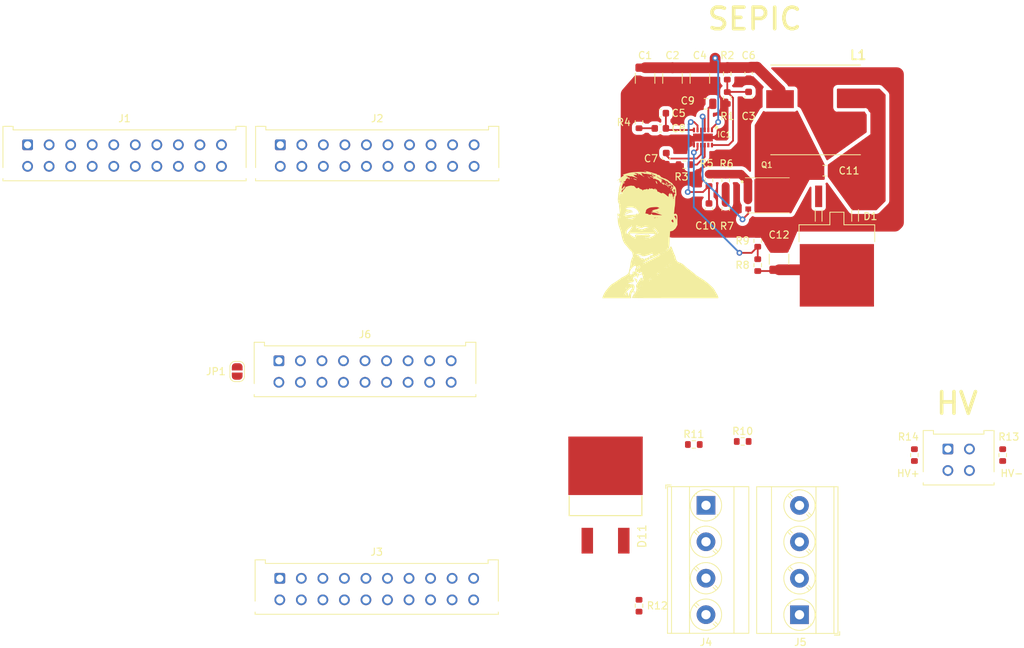
<source format=kicad_pcb>
(kicad_pcb (version 20211014) (generator pcbnew)
  (layers (0 "F.Cu" signal) (31 "B.Cu" signal) (34 "B.Paste" user) (35 "F.Paste" user) (36 "B.SilkS" user "B.Silkscreen") (37 "F.SilkS" user "F.Silkscreen") (38 "B.Mask" user) (39 "F.Mask" user) (44 "Edge.Cuts" user))
  (net 0 "")
  (net 1 "Net-(C9-Pad2)")
  (net 2 "Net-(IC1-Pad3)")
  (net 3 "GND")
  (net 4 "Net-(C10-Pad2)")
  (net 5 "/SEPIC/COMP")
  (net 6 "/SEPIC/FB")
  (net 7 "/SEPIC/SS")
  (net 8 "/SEPIC/RT")
  (net 10 "/SEPIC/UVLO")
  (net 11 "SEPIC_out")
  (net 12 "Net-(Q1-Pad1)")
  (net 13 "Net-(C11-Pad2)")
  (net 14 "RST_out")
  (net 15 "BYP_out")
  (net 16 "CHRG_in")
  (net 17 "Net-(C8-Pad2)")
  (net 18 "Net-(R6-Pad2)")
  (net 19 "Net-(C11-Pad1)")
  (net 20 "CANL_VCU1")
  (net 21 "CANH_VCU1")
  (net 22 "EM_12V")
  (net 23 "LV_mastersw_out")
  (net 24 "HV+")
  (net 25 "CANH_EM")
  (net 26 "HV-")
  (net 27 "TSALSafe_pt")
  (net 28 "TSALEnergized_pt")
  (net 29 "CANH_VCU2")
  (net 30 "CANL_VCU2")
  (net 31 "CANH_VCU3")
  (net 32 "CANL_VCU3")
  (net 33 "CANH_VCU4")
  (net 34 "CANL_VCU4")
  (net 35 "CANH_ret_VCU2")
  (net 36 "CANL_ret_VCU2")
  (net 37 "CANH_ret_VCU3")
  (net 38 "CANL_ret_VCU3")
  (net 39 "CANL_EM")
  (net 40 "BSPDTest_in")
  (net 41 "BSPDTest_out")
  (net 42 "VCUWake_out")
  (net 43 "SHDN2_out")
  (net 44 "SHDN2_in")
  (net 45 "Net-(J7-Pad3)")
  (net 46 "Net-(J7-Pad4)")
  (net 47 "LVBAT_in")
  (net 48 "CANH_Tel")
  (net 49 "CANL_Tel")
  (net 50 "CANH_ret_Tel")
  (net 51 "CANL_ret_Tel")
  (net 54 "LVBAT_sw")
  (footprint "Resistor_SMD:R_0603_1608Metric" (layer "F.Cu") (at 136.952 106)
    (fp_text reference "R11" (at 0 -1.43) (layer "F.SilkS"))
    (fp_text value "15k")
    (pad "1" smd roundrect (at -0.825 0) (size 0.8 0.95) (layers "F.Cu" "F.Paste" "F.Mask") (net 14 "RST_out"))
    (pad "2" smd roundrect (at 0.825 0) (size 0.8 0.95) (layers "F.Cu" "F.Paste" "F.Mask") (net 3 "GND"))
  )
  (footprint "Resistor_SMD:R_0603_1608Metric" (layer "F.Cu") (at 141.387 69.1481 -90)
    (fp_text reference "R6" (at -2.280416 -0.116865) (layer "F.SilkS"))
    (fp_text value "4m")
    (pad "1" smd roundrect (at -0.825 0 270) (size 0.8 0.95) (layers "F.Cu" "F.Paste" "F.Mask") (net 12 "Net-(Q1-Pad1)"))
    (pad "2" smd roundrect (at 0.825 0 270) (size 0.8 0.95) (layers "F.Cu" "F.Paste" "F.Mask") (net 18 "Net-(R6-Pad2)"))
  )
  (footprint "Connector_Molex:Molex_Micro-Fit_3.0_43045-2012_2x10_P3.00mm_Vertical" (layer "F.Cu") (at 79.356 64.229)
    (fp_text reference "J2" (at 13.5 -3.67) (layer "F.SilkS"))
    (fp_text value "Harness In B")
    (pad "" np_thru_hole circle (at 30 3.94) (size 1 1) (drill 1) (layers *.Cu *.Mask))
    (pad "" np_thru_hole circle (at -3 3.94) (size 1 1) (drill 1) (layers *.Cu *.Mask))
    (pad "1" thru_hole roundrect (at 0 0) (size 1.5 1.5) (drill 1) (layers *.Cu *.Mask) (roundrect_rratio 0.166667) (net 48 "CANH_Tel"))
    (pad "2" thru_hole circle (at 3 0) (size 1.5 1.5) (drill 1) (layers *.Cu *.Mask) (net 49 "CANL_Tel"))
    (pad "3" thru_hole circle (at 6 0) (size 1.5 1.5) (drill 1) (layers *.Cu *.Mask) (net 50 "CANH_ret_Tel"))
    (pad "4" thru_hole circle (at 9 0) (size 1.5 1.5) (drill 1) (layers *.Cu *.Mask) (net 51 "CANL_ret_Tel"))
    (pad "5" thru_hole circle (at 12 0) (size 1.5 1.5) (drill 1) (layers *.Cu *.Mask) (net 21 "CANH_VCU1"))
    (pad "6" thru_hole circle (at 15 0) (size 1.5 1.5) (drill 1) (layers *.Cu *.Mask) (net 20 "CANL_VCU1"))
    (pad "7" thru_hole circle (at 18 0) (size 1.5 1.5) (drill 1) (layers *.Cu *.Mask) (net 29 "CANH_VCU2"))
    (pad "8" thru_hole circle (at 21 0) (size 1.5 1.5) (drill 1) (layers *.Cu *.Mask) (net 30 "CANL_VCU2"))
    (pad "9" thru_hole circle (at 24 0) (size 1.5 1.5) (drill 1) (layers *.Cu *.Mask) (net 31 "CANH_VCU3"))
    (pad "10" thru_hole circle (at 27 0) (size 1.5 1.5) (drill 1) (layers *.Cu *.Mask) (net 32 "CANL_VCU3"))
    (pad "11" thru_hole circle (at 0 3) (size 1.5 1.5) (drill 1) (layers *.Cu *.Mask) (net 33 "CANH_VCU4"))
    (pad "12" thru_hole circle (at 3 3) (size 1.5 1.5) (drill 1) (layers *.Cu *.Mask) (net 34 "CANL_VCU4"))
    (pad "13" thru_hole circle (at 6 3) (size 1.5 1.5) (drill 1) (layers *.Cu *.Mask) (net 35 "CANH_ret_VCU2"))
    (pad "14" thru_hole circle (at 9 3) (size 1.5 1.5) (drill 1) (layers *.Cu *.Mask) (net 36 "CANL_ret_VCU2"))
    (pad "15" thru_hole circle (at 12 3) (size 1.5 1.5) (drill 1) (layers *.Cu *.Mask) (net 37 "CANH_ret_VCU3"))
    (pad "16" thru_hole circle (at 15 3) (size 1.5 1.5) (drill 1) (layers *.Cu *.Mask) (net 38 "CANL_ret_VCU3"))
    (pad "17" thru_hole circle (at 18 3) (size 1.5 1.5) (drill 1) (layers *.Cu *.Mask))
    (pad "18" thru_hole circle (at 21 3) (size 1.5 1.5) (drill 1) (layers *.Cu *.Mask) (net 40 "BSPDTest_in"))
    (pad "19" thru_hole circle (at 24 3) (size 1.5 1.5) (drill 1) (layers *.Cu *.Mask) (net 41 "BSPDTest_out"))
    (pad "20" thru_hole circle (at 27 3) (size 1.5 1.5) (drill 1) (layers *.Cu *.Mask) (net 42 "VCUWake_out"))
  )
  (footprint "Global Libraries:MBRB41H100CTT4G" (layer "F.Cu") (at 124.656 114.187 -90)
    (fp_text reference "D11" (at 2.837 -5.088 90) (layer "F.SilkS") (effects (font (size 1.143 1.143) (thickness 0.152)) (justify right)))
    (fp_text value "D_Schottky" hide)
    (pad "1" smd rect (at -5.219 0 270) (size 8.153 10.369) (layers "F.Cu" "F.Paste" "F.Mask") (net 54 "LVBAT_sw"))
    (pad "2" smd rect (at 5.219 2.54 270) (size 3.581 1.6) (layers "F.Cu" "F.Paste" "F.Mask") (net 15 "BYP_out"))
    (pad "2" smd rect (at 5.219 -2.54 270) (size 3.581 1.6) (layers "F.Cu" "F.Paste" "F.Mask") (net 15 "BYP_out"))
  )
  (footprint "Capacitor_SMD:C_0603_1608Metric" (layer "F.Cu") (at 132.286 59.8201 180)
    (fp_text reference "C5" (at -2.544 0) (layer "F.SilkS"))
    (fp_text value "270p")
    (pad "1" smd roundrect (at -0.775 0 180) (size 0.9 0.95) (layers "F.Cu" "F.Paste" "F.Mask") (net 5 "/SEPIC/COMP"))
    (pad "2" smd roundrect (at 0.775 0 180) (size 0.9 0.95) (layers "F.Cu" "F.Paste" "F.Mask") (net 3 "GND"))
  )
  (footprint "Resistor_SMD:R_0603_1608Metric" (layer "F.Cu") (at 143.759 105.576)
    (fp_text reference "R10" (at 0 -1.43) (layer "F.SilkS"))
    (fp_text value "100k")
    (pad "1" smd roundrect (at -0.825 0) (size 0.8 0.95) (layers "F.Cu" "F.Paste" "F.Mask") (net 16 "CHRG_in"))
    (pad "2" smd roundrect (at 0.825 0) (size 0.8 0.95) (layers "F.Cu" "F.Paste" "F.Mask") (net 3 "GND"))
  )
  (footprint "Capacitor_SMD:C_0805_2012Metric" (layer "F.Cu") (at 138.648 58.512)
    (fp_text reference "C9" (at -2.544 -0.424) (layer "F.SilkS"))
    (fp_text value "1u")
    (pad "1" smd roundrect (at -0.95 0) (size 1 1.45) (layers "F.Cu" "F.Paste" "F.Mask") (net 3 "GND"))
    (pad "2" smd roundrect (at 0.95 0) (size 1 1.45) (layers "F.Cu" "F.Paste" "F.Mask") (net 1 "Net-(C9-Pad2)"))
  )
  (footprint "Capacitor_SMD:C_1210_3225Metric" (layer "F.Cu") (at 137.798 54.9531 -90)
    (fp_text reference "C4" (at -3.187409 0.005607) (layer "F.SilkS"))
    (fp_text value "10u")
    (pad "1" smd roundrect (at -1.475 0 270) (size 1.15 2.7) (layers "F.Cu" "F.Paste" "F.Mask") (roundrect_rratio 0.217391) (net 23 "LV_mastersw_out"))
    (pad "2" smd roundrect (at 1.475 0 270) (size 1.15 2.7) (layers "F.Cu" "F.Paste" "F.Mask") (roundrect_rratio 0.217391) (net 3 "GND"))
  )
  (footprint "Connector_Molex:Molex_Micro-Fit_3.0_43045-0412_2x02_P3.00mm_Vertical" (layer "F.Cu") (at 172.34 106.629)
    (fp_text reference "J7" hide)
    (fp_text value "4-pin MicroFit")
    (pad "" np_thru_hole circle (at -3 3.94) (size 1 1) (drill 1) (layers *.Cu *.Mask))
    (pad "" np_thru_hole circle (at 6 3.94) (size 1 1) (drill 1) (layers *.Cu *.Mask))
    (pad "1" thru_hole roundrect (at 0 0) (size 1.5 1.5) (drill 1) (layers *.Cu *.Mask) (roundrect_rratio 0.166667) (net 24 "HV+"))
    (pad "2" thru_hole circle (at 3 0) (size 1.5 1.5) (drill 1) (layers *.Cu *.Mask) (net 26 "HV-"))
    (pad "3" thru_hole circle (at 0 3) (size 1.5 1.5) (drill 1) (layers *.Cu *.Mask) (net 45 "Net-(J7-Pad3)"))
    (pad "4" thru_hole circle (at 3 3) (size 1.5 1.5) (drill 1) (layers *.Cu *.Mask) (net 46 "Net-(J7-Pad4)"))
  )
  (footprint "Resistor_SMD:R_0603_1608Metric" (layer "F.Cu") (at 145.854 77.6051 90)
    (fp_text reference "R9" (at 0 -2.12) (layer "F.SilkS"))
    (fp_text value "4k7")
    (pad "1" smd roundrect (at -0.825 0 90) (size 0.8 0.95) (layers "F.Cu" "F.Paste" "F.Mask") (net 6 "/SEPIC/FB"))
    (pad "2" smd roundrect (at 0.825 0 90) (size 0.8 0.95) (layers "F.Cu" "F.Paste" "F.Mask") (net 3 "GND"))
  )
  (footprint "Resistor_SMD:R_0603_1608Metric" (layer "F.Cu") (at 129.32 128.472 -90)
    (fp_text reference "R12" (at 0 -2.544 180) (layer "F.SilkS"))
    (fp_text value "100k")
    (pad "1" smd roundrect (at -0.825 0 270) (size 0.8 0.95) (layers "F.Cu" "F.Paste" "F.Mask") (net 15 "BYP_out"))
    (pad "2" smd roundrect (at 0.825 0 270) (size 0.8 0.95) (layers "F.Cu" "F.Paste" "F.Mask") (net 3 "GND"))
  )
  (footprint "Resistor_SMD:R_0603_1608Metric" (layer "F.Cu") (at 139.07 69.1481 -90)
    (fp_text reference "R5" (at -2.329608 0.345428) (layer "F.SilkS"))
    (fp_text value "100")
    (pad "1" smd roundrect (at -0.825 0 270) (size 0.8 0.95) (layers "F.Cu" "F.Paste" "F.Mask") (net 12 "Net-(Q1-Pad1)"))
    (pad "2" smd roundrect (at 0.825 0 270) (size 0.8 0.95) (layers "F.Cu" "F.Paste" "F.Mask") (net 4 "Net-(C10-Pad2)"))
  )
  (footprint "Resistor_SMD:R_0603_1608Metric" (layer "F.Cu") (at 145.854 80.9971 90)
    (fp_text reference "R8" (at 0 -2.12) (layer "F.SilkS"))
    (fp_text value "51k1")
    (pad "1" smd roundrect (at -0.825 0 90) (size 0.8 0.95) (layers "F.Cu" "F.Paste" "F.Mask") (net 11 "SEPIC_out"))
    (pad "2" smd roundrect (at 0.825 0 90) (size 0.8 0.95) (layers "F.Cu" "F.Paste" "F.Mask") (net 6 "/SEPIC/FB"))
  )
  (footprint "Connector_Molex:Molex_Micro-Fit_3.0_43045-1812_2x09_P3.00mm_Vertical" (layer "F.Cu") (at 79.16 94.333)
    (fp_text reference "J6" (at 12 -3.67) (layer "F.SilkS"))
    (fp_text value "18-pin MicroFit")
    (pad "" np_thru_hole circle (at -3 3.94) (size 1 1) (drill 1) (layers *.Cu *.Mask))
    (pad "" np_thru_hole circle (at 27 3.94) (size 1 1) (drill 1) (layers *.Cu *.Mask))
    (pad "1" thru_hole roundrect (at 0 0) (size 1.5 1.5) (drill 1) (layers *.Cu *.Mask) (roundrect_rratio 0.166667) (net 22 "EM_12V"))
    (pad "2" thru_hole circle (at 3 0) (size 1.5 1.5) (drill 1) (layers *.Cu *.Mask) (net 3 "GND"))
    (pad "3" thru_hole circle (at 6 0) (size 1.5 1.5) (drill 1) (layers *.Cu *.Mask) (net 25 "CANH_EM"))
    (pad "4" thru_hole circle (at 9 0) (size 1.5 1.5) (drill 1) (layers *.Cu *.Mask) (net 39 "CANL_EM"))
    (pad "5" thru_hole circle (at 12 0) (size 1.5 1.5) (drill 1) (layers *.Cu *.Mask) (net 40 "BSPDTest_in"))
    (pad "6" thru_hole circle (at 15 0) (size 1.5 1.5) (drill 1) (layers *.Cu *.Mask) (net 41 "BSPDTest_out"))
    (pad "7" thru_hole circle (at 18 0) (size 1.5 1.5) (drill 1) (layers *.Cu *.Mask) (net 11 "SEPIC_out"))
    (pad "8" thru_hole circle (at 21 0) (size 1.5 1.5) (drill 1) (layers *.Cu *.Mask) (net 14 "RST_out"))
    (pad "9" thru_hole circle (at 24 0) (size 1.5 1.5) (drill 1) (layers *.Cu *.Mask) (net 16 "CHRG_in"))
    (pad "10" thru_hole circle (at 0 3) (size 1.5 1.5) (drill 1) (layers *.Cu *.Mask) (net 11 "SEPIC_out"))
    (pad "11" thru_hole circle (at 3 3) (size 1.5 1.5) (drill 1) (layers *.Cu *.Mask) (net 42 "VCUWake_out"))
    (pad "12" thru_hole circle (at 6 3) (size 1.5 1.5) (drill 1) (layers *.Cu *.Mask) (net 43 "SHDN2_out"))
    (pad "13" thru_hole circle (at 9 3) (size 1.5 1.5) (drill 1) (layers *.Cu *.Mask) (net 44 "SHDN2_in"))
    (pad "14" thru_hole circle (at 12 3) (size 1.5 1.5) (drill 1) (layers *.Cu *.Mask) (net 20 "CANL_VCU1"))
    (pad "15" thru_hole circle (at 15 3) (size 1.5 1.5) (drill 1) (layers *.Cu *.Mask) (net 21 "CANH_VCU1"))
    (pad "16" thru_hole circle (at 18 3) (size 1.5 1.5) (drill 1) (layers *.Cu *.Mask) (net 3 "GND"))
    (pad "17" thru_hole circle (at 21 3) (size 1.5 1.5) (drill 1) (layers *.Cu *.Mask) (net 3 "GND"))
    (pad "18" thru_hole circle (at 24 3) (size 1.5 1.5) (drill 1) (layers *.Cu *.Mask) (net 3 "GND"))
  )
  (footprint "Capacitor_SMD:C_1210_3225Metric" (layer "F.Cu") (at 130.166 54.9531 -90)
    (fp_text reference "C1" (at -3.189 0) (layer "F.SilkS"))
    (fp_text value "10u")
    (pad "1" smd roundrect (at -1.475 0 270) (size 1.15 2.7) (layers "F.Cu" "F.Paste" "F.Mask") (roundrect_rratio 0.217391) (net 23 "LV_mastersw_out"))
    (pad "2" smd roundrect (at 1.475 0 270) (size 1.15 2.7) (layers "F.Cu" "F.Paste" "F.Mask") (roundrect_rratio 0.217391) (net 3 "GND"))
  )
  (footprint "Resistor_SMD:R_0603_1608Metric" (layer "F.Cu") (at 179.972 107.477 90)
    (fp_text reference "R13" (at 2.544 0.848 180) (layer "F.SilkS"))
    (fp_text value "15k")
    (pad "1" smd roundrect (at -0.825 0 90) (size 0.8 0.95) (layers "F.Cu" "F.Paste" "F.Mask") (net 46 "Net-(J7-Pad4)"))
    (pad "2" smd roundrect (at 0.825 0 90) (size 0.8 0.95) (layers "F.Cu" "F.Paste" "F.Mask") (net 26 "HV-"))
  )
  (footprint "Resistor_SMD:R_0603_1608Metric" (layer "F.Cu") (at 167.676 107.477 90)
    (fp_text reference "R14" (at 2.544 -0.848 180) (layer "F.SilkS"))
    (fp_text value "15k")
    (pad "1" smd roundrect (at -0.825 0 90) (size 0.8 0.95) (layers "F.Cu" "F.Paste" "F.Mask") (net 45 "Net-(J7-Pad3)"))
    (pad "2" smd roundrect (at 0.825 0 90) (size 0.8 0.95) (layers "F.Cu" "F.Paste" "F.Mask") (net 24 "HV+"))
  )
  (footprint "Connector_Molex:Molex_Micro-Fit_3.0_43045-2012_2x10_P3.00mm_Vertical" (layer "F.Cu") (at 44.164 64.229)
    (fp_text reference "J1" (at 13.5 -3.67) (layer "F.SilkS"))
    (fp_text value "Harness In A")
    (pad "" np_thru_hole circle (at -3 3.94) (size 1 1) (drill 1) (layers *.Cu *.Mask))
    (pad "" np_thru_hole circle (at 30 3.94) (size 1 1) (drill 1) (layers *.Cu *.Mask))
    (pad "1" thru_hole roundrect (at 0 0) (size 1.5 1.5) (drill 1) (layers *.Cu *.Mask) (roundrect_rratio 0.166667) (net 47 "LVBAT_in"))
    (pad "2" thru_hole circle (at 3 0) (size 1.5 1.5) (drill 1) (layers *.Cu *.Mask) (net 47 "LVBAT_in"))
    (pad "3" thru_hole circle (at 6 0) (size 1.5 1.5) (drill 1) (layers *.Cu *.Mask) (net 47 "LVBAT_in"))
    (pad "4" thru_hole circle (at 9 0) (size 1.5 1.5) (drill 1) (layers *.Cu *.Mask) (net 47 "LVBAT_in"))
    (pad "5" thru_hole circle (at 12 0) (size 1.5 1.5) (drill 1) (layers *.Cu *.Mask) (net 47 "LVBAT_in"))
    (pad "6" thru_hole circle (at 15 0) (size 1.5 1.5) (drill 1) (layers *.Cu *.Mask) (net 23 "LV_mastersw_out"))
    (pad "7" thru_hole circle (at 18 0) (size 1.5 1.5) (drill 1) (layers *.Cu *.Mask) (net 23 "LV_mastersw_out"))
    (pad "8" thru_hole circle (at 21 0) (size 1.5 1.5) (drill 1) (layers *.Cu *.Mask) (net 23 "LV_mastersw_out"))
    (pad "9" thru_hole circle (at 24 0) (size 1.5 1.5) (drill 1) (layers *.Cu *.Mask) (net 23 "LV_mastersw_out"))
    (pad "10" thru_hole circle (at 27 0) (size 1.5 1.5) (drill 1) (layers *.Cu *.Mask) (net 23 "LV_mastersw_out"))
    (pad "11" thru_hole circle (at 0 3) (size 1.5 1.5) (drill 1) (layers *.Cu *.Mask) (net 23 "LV_mastersw_out"))
    (pad "12" thru_hole circle (at 3 3) (size 1.5 1.5) (drill 1) (layers *.Cu *.Mask) (net 44 "SHDN2_in"))
    (pad "13" thru_hole circle (at 6 3) (size 1.5 1.5) (drill 1) (layers *.Cu *.Mask) (net 43 "SHDN2_out"))
    (pad "14" thru_hole circle (at 9 3) (size 1.5 1.5) (drill 1) (layers *.Cu *.Mask) (net 14 "RST_out"))
    (pad "15" thru_hole circle (at 12 3) (size 1.5 1.5) (drill 1) (layers *.Cu *.Mask) (net 15 "BYP_out"))
    (pad "16" thru_hole circle (at 15 3) (size 1.5 1.5) (drill 1) (layers *.Cu *.Mask) (net 16 "CHRG_in"))
    (pad "17" thru_hole circle (at 18 3) (size 1.5 1.5) (drill 1) (layers *.Cu *.Mask) (net 27 "TSALSafe_pt"))
    (pad "18" thru_hole circle (at 21 3) (size 1.5 1.5) (drill 1) (layers *.Cu *.Mask) (net 28 "TSALEnergized_pt"))
    (pad "19" thru_hole circle (at 24 3) (size 1.5 1.5) (drill 1) (layers *.Cu *.Mask) (net 25 "CANH_EM"))
    (pad "20" thru_hole circle (at 27 3) (size 1.5 1.5) (drill 1) (layers *.Cu *.Mask) (net 39 "CANL_EM"))
  )
  (footprint "Capacitor_SMD:C_0805_2012Metric" (layer "F.Cu") (at 155.184 67.84 180)
    (fp_text reference "C11" (at -3.392 0 180) (layer "F.SilkS"))
    (fp_text value "9.4u")
    (pad "1" smd roundrect (at -0.95 0 180) (size 1 1.45) (layers "F.Cu" "F.Paste" "F.Mask") (net 19 "Net-(C11-Pad1)"))
    (pad "2" smd roundrect (at 0.95 0 180) (size 1 1.45) (layers "F.Cu" "F.Paste" "F.Mask") (net 13 "Net-(C11-Pad2)"))
  )
  (footprint "Capacitor_SMD:C_0603_1608Metric" (layer "F.Cu") (at 144.582 57.6271 -90)
    (fp_text reference "C3" (at 2.617 0) (layer "F.SilkS"))
    (fp_text value "100p")
    (pad "1" smd roundrect (at -0.775 0 270) (size 0.9 0.95) (layers "F.Cu" "F.Paste" "F.Mask") (net 10 "/SEPIC/UVLO"))
    (pad "2" smd roundrect (at 0.775 0 270) (size 0.9 0.95) (layers "F.Cu" "F.Paste" "F.Mask") (net 3 "GND"))
  )
  (footprint "Capacitor_SMD:C_0603_1608Metric" (layer "F.Cu") (at 139.064123 73.176312 90)
    (fp_text reference "C10" (at -2.336573 -0.467315) (layer "F.SilkS"))
    (fp_text value "100p")
    (pad "1" smd roundrect (at -0.775 0 90) (size 0.9 0.95) (layers "F.Cu" "F.Paste" "F.Mask") (net 3 "GND"))
    (pad "2" smd roundrect (at 0.775 0 90) (size 0.9 0.95) (layers "F.Cu" "F.Paste" "F.Mask") (net 4 "Net-(C10-Pad2)"))
  )
  (footprint "Resistor_SMD:R_0603_1608Metric" (layer "F.Cu") (at 141.614 57.7001 -90)
    (fp_text reference "R1" (at 2.544 0) (layer "F.SilkS"))
    (fp_text value "6k8")
    (pad "1" smd roundrect (at -0.825 0 270) (size 0.8 0.95) (layers "F.Cu" "F.Paste" "F.Mask") (net 10 "/SEPIC/UVLO"))
    (pad "2" smd roundrect (at 0.825 0 270) (size 0.8 0.95) (layers "F.Cu" "F.Paste" "F.Mask") (net 3 "GND"))
  )
  (footprint "Jumper:SolderJumper-2_P1.3mm_Open_RoundedPad1.0x1.5mm" (layer "F.Cu") (at 73.352 95.824 90)
    (fp_text reference "JP1" (at 0 -2.968 180) (layer "F.SilkS"))
    (fp_text value "Jumper")
    (pad "1" smd custom (at -0.65 0 90) (size 1 0.5) (layers "F.Cu" "F.Mask") (net 11 "SEPIC_out") (options (clearance outline) (anchor rect)) (primitives (gr_circle (center 0 0.25) (end 0.5 0.25) (width 0) (fill yes)) (gr_circle (center 0 -0.25) (end 0.5 -0.25) (width 0) (fill yes)) (gr_poly (pts (xy 0.5 0.75) (xy 0 0.75) (xy 0 -0.75) (xy 0.5 -0.75)) (width 0) (fill yes))))
    (pad "2" smd custom (at 0.65 0 90) (size 1 0.5) (layers "F.Cu" "F.Mask") (net 22 "EM_12V") (options (clearance outline) (anchor rect)) (primitives (gr_circle (center 0 0.25) (end 0.5 0.25) (width 0) (fill yes)) (gr_circle (center 0 -0.25) (end 0.5 -0.25) (width 0) (fill yes)) (gr_poly (pts (xy 0 0.75) (xy -0.5 0.75) (xy -0.5 -0.75) (xy 0 -0.75)) (width 0) (fill yes))))
  )
  (footprint "TerminalBlock_Phoenix:TerminalBlock_Phoenix_MKDS-3-4-5.08_1x04_P5.08mm_Horizontal" (layer "F.Cu") (at 151.668 129.732 90)
    (fp_text reference "J5" (at -3.828 0.124) (layer "F.SilkS"))
    (fp_text value "Screw_Terminal_01x04")
    (pad "1" thru_hole rect (at 0 0 90) (size 2.6 2.6) (drill 1.3) (layers *.Cu *.Mask) (net 3 "GND"))
    (pad "2" thru_hole circle (at 5.08 0 90) (size 2.6 2.6) (drill 1.3) (layers *.Cu *.Mask) (net 3 "GND"))
    (pad "3" thru_hole circle (at 10.16 0 90) (size 2.6 2.6) (drill 1.3) (layers *.Cu *.Mask) (net 23 "LV_mastersw_out"))
    (pad "4" thru_hole circle (at 15.24 0 90) (size 2.6 2.6) (drill 1.3) (layers *.Cu *.Mask) (net 54 "LVBAT_sw"))
  )
  (footprint "Global Libraries:WE-DD_12XX_CROSSED12" (layer "F.Cu") (at 153.912 59.36 90)
    (fp_text reference "L1" (at 7.632 5.936) (layer "F.SilkS") (effects (font (size 1.27 1.27) (thickness 0.254))))
    (fp_text value "7448700015" hide)
    (pad "1" smd rect (at 1.5 -4.95 90) (size 2.5 3.85) (layers "F.Cu" "F.Paste" "F.Mask") (net 23 "LV_mastersw_out"))
    (pad "2" smd rect (at -1.5 -4.95 90) (size 2.5 3.85) (layers "F.Cu" "F.Paste" "F.Mask") (net 13 "Net-(C11-Pad2)"))
    (pad "3" smd rect (at -1.5 4.95 90) (size 2.5 3.85) (layers "F.Cu" "F.Paste" "F.Mask") (net 3 "GND"))
    (pad "4" smd rect (at 1.5 4.95 90) (size 2.5 3.85) (layers "F.Cu" "F.Paste" "F.Mask") (net 19 "Net-(C11-Pad1)"))
  )
  (footprint "Resistor_SMD:R_0603_1608Metric" (layer "F.Cu") (at 141.387 73.1581 -90)
    (fp_text reference "R7" (at 2.403976 -0.185865) (layer "F.SilkS"))
    (fp_text value "4m")
    (pad "1" smd roundrect (at -0.825 0 270) (size 0.8 0.95) (layers "F.Cu" "F.Paste" "F.Mask") (net 18 "Net-(R6-Pad2)"))
    (pad "2" smd roundrect (at 0.825 0 270) (size 0.8 0.95) (layers "F.Cu" "F.Paste" "F.Mask") (net 3 "GND"))
  )
  (footprint "Resistor_SMD:R_0603_1608Metric" (layer "F.Cu") (at 129.318 61.0921 90)
    (fp_text reference "R4" (at 0 -2.12) (layer "F.SilkS"))
    (fp_text value "10k")
    (pad "1" smd roundrect (at -0.825 0 90) (size 0.8 0.95) (layers "F.Cu" "F.Paste" "F.Mask") (net 17 "Net-(C8-Pad2)"))
    (pad "2" smd roundrect (at 0.825 0 90) (size 0.8 0.95) (layers "F.Cu" "F.Paste" "F.Mask") (net 3 "GND"))
  )
  (footprint "Connector_Molex:Molex_Micro-Fit_3.0_43045-2012_2x10_P3.00mm_Vertical" (layer "F.Cu") (at 79.288 124.656)
    (fp_text reference "J3" (at 13.5 -3.67) (layer "F.SilkS"))
    (fp_text value "Harness Out")
    (pad "" np_thru_hole circle (at 30 3.94) (size 1 1) (drill 1) (layers *.Cu *.Mask))
    (pad "" np_thru_hole circle (at -3 3.94) (size 1 1) (drill 1) (layers *.Cu *.Mask))
    (pad "1" thru_hole roundrect (at 0 0) (size 1.5 1.5) (drill 1) (layers *.Cu *.Mask) (roundrect_rratio 0.166667) (net 23 "LV_mastersw_out"))
    (pad "2" thru_hole circle (at 3 0) (size 1.5 1.5) (drill 1) (layers *.Cu *.Mask) (net 23 "LV_mastersw_out"))
    (pad "3" thru_hole circle (at 6 0) (size 1.5 1.5) (drill 1) (layers *.Cu *.Mask) (net 23 "LV_mastersw_out"))
    (pad "4" thru_hole circle (at 9 0) (size 1.5 1.5) (drill 1) (layers *.Cu *.Mask) (net 23 "LV_mastersw_out"))
    (pad "5" thru_hole circle (at 12 0) (size 1.5 1.5) (drill 1) (layers *.Cu *.Mask) (net 23 "LV_mastersw_out"))
    (pad "6" thru_hole circle (at 15 0) (size 1.5 1.5) (drill 1) (layers *.Cu *.Mask) (net 27 "TSALSafe_pt"))
    (pad "7" thru_hole circle (at 18 0) (size 1.5 1.5) (drill 1) (layers *.Cu *.Mask) (net 28 "TSALEnergized_pt"))
    (pad "8" thru_hole circle (at 21 0) (size 1.5 1.5) (drill 1) (layers *.Cu *.Mask) (net 21 "CANH_VCU1"))
    (pad "9" thru_hole circle (at 24 0) (size 1.5 1.5) (drill 1) (layers *.Cu *.Mask) (net 20 "CANL_VCU1"))
    (pad "10" thru_hole circle (at 27 0) (size 1.5 1.5) (drill 1) (layers *.Cu *.Mask) (net 29 "CANH_VCU2"))
    (pad "11" thru_hole circle (at 0 3) (size 1.5 1.5) (drill 1) (layers *.Cu *.Mask) (net 30 "CANL_VCU2"))
    (pad "12" thru_hole circle (at 3 3) (size 1.5 1.5) (drill 1) (layers *.Cu *.Mask) (net 31 "CANH_VCU3"))
    (pad "13" thru_hole circle (at 6 3) (size 1.5 1.5) (drill 1) (layers *.Cu *.Mask) (net 32 "CANL_VCU3"))
    (pad "14" thru_hole circle (at 9 3) (size 1.5 1.5) (drill 1) (layers *.Cu *.Mask) (net 33 "CANH_VCU4"))
    (pad "15" thru_hole circle (at 12 3) (size 1.5 1.5) (drill 1) (layers *.Cu *.Mask) (net 34 "CANL_VCU4"))
    (pad "16" thru_hole circle (at 15 3) (size 1.5 1.5) (drill 1) (layers *.Cu *.Mask) (net 35 "CANH_ret_VCU2"))
    (pad "17" thru_hole circle (at 18 3) (size 1.5 1.5) (drill 1) (layers *.Cu *.Mask) (net 36 "CANL_ret_VCU2"))
    (pad "18" thru_hole circle (at 21 3) (size 1.5 1.5) (drill 1) (layers *.Cu *.Mask) (net 37 "CANH_ret_VCU3"))
    (pad "19" thru_hole circle (at 24 3) (size 1.5 1.5) (drill 1) (layers *.Cu *.Mask) (net 38 "CANL_ret_VCU3"))
    (pad "20" thru_hole circle (at 27 3) (size 1.5 1.5) (drill 1) (layers *.Cu *.Mask))
  )
  (footprint "Capacitor_SMD:C_1210_3225Metric" (layer "F.Cu") (at 148.822 80.1721 90)
    (fp_text reference "C12" (at 3.392 0) (layer "F.SilkS"))
    (fp_text value "66u")
    (pad "1" smd roundrect (at -1.475 0 90) (size 1.15 2.7) (layers "F.Cu" "F.Paste" "F.Mask") (roundrect_rratio 0.217391) (net 11 "SEPIC_out"))
    (pad "2" smd roundrect (at 1.475 0 90) (size 1.15 2.7) (layers "F.Cu" "F.Paste" "F.Mask") (roundrect_rratio 0.217391) (net 3 "GND"))
  )
  (footprint "Resistor_SMD:R_0603_1608Metric" (layer "F.Cu") (at 141.614 54.3081 -90)
    (fp_text reference "R2" (at -2.544 0) (layer "F.SilkS"))
    (fp_text value "34k8")
    (pad "1" smd roundrect (at -0.825 0 270) (size 0.8 0.95) (layers "F.Cu" "F.Paste" "F.Mask") (net 23 "LV_mastersw_out"))
    (pad "2" smd roundrect (at 0.825 0 270) (size 0.8 0.95) (layers "F.Cu" "F.Paste" "F.Mask") (net 10 "/SEPIC/UVLO"))
  )
  (footprint "Resistor_SMD:R_0603_1608Metric" (layer "F.Cu") (at 135.655 66.992)
    (fp_text reference "R3" (at -0.424 1.696) (layer "F.SilkS"))
    (fp_text value "17k8")
    (pad "1" smd roundrect (at -0.825 0) (size 0.8 0.95) (layers "F.Cu" "F.Paste" "F.Mask") (net 3 "GND"))
    (pad "2" smd roundrect (at 0.825 0) (size 0.8 0.95) (layers "F.Cu" "F.Paste" "F.Mask") (net 8 "/SEPIC/RT"))
  )
  (footprint "Capacitor_SMD:C_1210_3225Metric" (layer "F.Cu") (at 133.982 54.9531 -90)
    (fp_text reference "C2" (at -3.187409 0.005607) (layer "F.SilkS"))
    (fp_text value "10u")
    (pad "1" smd roundrect (at -1.475 0 270) (size 1.15 2.7) (layers "F.Cu" "F.Paste" "F.Mask") (roundrect_rratio 0.217391) (net 23 "LV_mastersw_out"))
    (pad "2" smd roundrect (at 1.475 0 270) (size 1.15 2.7) (layers "F.Cu" "F.Paste" "F.Mask") (roundrect_rratio 0.217391) (net 3 "GND"))
  )
  (footprint "Global Libraries:CSD19531Q5AT" (layer "F.Cu") (at 146.986 71.2681 180)
    (fp_text reference "Q1" (at -0.14 4.24) (layer "F.SilkS") (effects (font (size 0.8 0.8) (thickness 0.125))))
    (fp_text value "CSD18537NQ5A" hide)
    (pad "1" smd rect (at 2.451 1.905 180) (size 0.8 0.7) (layers "F.Cu" "F.Paste" "F.Mask") (net 12 "Net-(Q1-Pad1)"))
    (pad "2" smd rect (at 2.451 0.635 180) (size 0.8 0.7) (layers "F.Cu" "F.Paste" "F.Mask") (net 12 "Net-(Q1-Pad1)"))
    (pad "3" smd rect (at 2.451 -0.635 180) (size 0.8 0.7) (layers "F.Cu" "F.Paste" "F.Mask") (net 12 "Net-(Q1-Pad1)"))
    (pad "4" smd rect (at 2.451 -1.905 180) (size 0.8 0.7) (layers "F.Cu" "F.Paste" "F.Mask") (net 2 "Net-(IC1-Pad3)"))
    (pad "5" smd rect (at -3.064 -1.905 180) (size 0.68 0.7) (layers "F.Cu" "F.Paste" "F.Mask") (net 13 "Net-(C11-Pad2)"))
    (pad "6" smd rect (at -3.064 -0.635 180) (size 0.68 0.7) (layers "F.Cu" "F.Paste" "F.Mask") (net 13 "Net-(C11-Pad2)"))
    (pad "7" smd rect (at -3.064 0.635 180) (size 0.68 0.7) (layers "F.Cu" "F.Paste" "F.Mask") (net 13 "Net-(C11-Pad2)"))
    (pad "8" smd rect (at -3.064 1.905 180) (size 0.68 0.7) (layers "F.Cu" "F.Paste" "F.Mask") (net 13 "Net-(C11-Pad2)"))
    (pad "9" smd rect (at -0.564 0 180) (size 4.32 4.51) (layers "F.Cu" "F.Paste" "F.Mask"))
  )
  (footprint "Capacitor_SMD:C_0603_1608Metric" (layer "F.Cu") (at 132.286 61.9401 180)
    (fp_text reference "C8" (at -2.544 0) (layer "F.SilkS"))
    (fp_text value "6.8n")
    (pad "1" smd roundrect (at -0.775 0 180) (size 0.9 0.95) (layers "F.Cu" "F.Paste" "F.Mask") (net 5 "/SEPIC/COMP"))
    (pad "2" smd roundrect (at 0.775 0 180) (size 0.9 0.95) (layers "F.Cu" "F.Paste" "F.Mask") (net 17 "Net-(C8-Pad2)"))
  )
  (footprint "Global Libraries:rylan" (layer "F.Cu") (at 130.352716 75.608266)
    (fp_text reference "G***" hide)
    (fp_text value "LOGO" hide)
  )
  (footprint "Global Libraries:STPS20M100SG-TR" (layer "F.Cu") (at 156.878 80.1721 180)
    (fp_text reference "D1" (at -4.666 5.9721) (layer "F.SilkS"))
    (fp_text value "STPS20M100SG-TR" hide)
    (pad "1" smd rect (at -2.54 8.763 180) (size 0.9906 2.9972) (layers "F.Cu" "F.Paste" "F.Mask") (net 19 "Net-(C11-Pad1)"))
    (pad "2" smd rect (at 2.54 8.763 180) (size 0.9906 2.9972) (layers "F.Cu" "F.Paste" "F.Mask"))
    (pad "3" smd rect (at 0 -2.2479 180) (size 10.3378 8.7122) (layers "F.Cu" "F.Paste" "F.Mask") (net 11 "SEPIC_out"))
  )
  (footprint "Global Libraries:SON50P200X300X80-13N-D" (layer "F.Cu") (at 138.222 63.2121 -90)
    (fp_text reference "IC1" (at -0.424 -2.968) (layer "F.SilkS") (effects (font (size 0.8 0.8) (thickness 0.125))))
    (fp_text value "LM5155DSSR" hide)
    (pad "1" smd rect (at -1.05 -1.25) (size 0.3 0.65) (layers "F.Cu" "F.Paste" "F.Mask") (net 23 "LV_mastersw_out"))
    (pad "2" smd rect (at -1.05 -0.75) (size 0.3 0.65) (layers "F.Cu" "F.Paste" "F.Mask") (net 1 "Net-(C9-Pad2)"))
    (pad "3" smd rect (at -1.05 -0.25) (size 0.3 0.65) (layers "F.Cu" "F.Paste" "F.Mask") (net 2 "Net-(IC1-Pad3)"))
    (pad "4" smd rect (at -1.05 0.25) (size 0.3 0.65) (layers "F.Cu" "F.Paste" "F.Mask") (net 3 "GND"))
    (pad "5" smd rect (at -1.05 0.75) (size 0.3 0.65) (layers "F.Cu" "F.Paste" "F.Mask") (net 4 "Net-(C10-Pad2)"))
    (pad "6" smd rect (at -1.05 1.25) (size 0.3 0.65) (layers "F.Cu" "F.Paste" "F.Mask") (net 5 "/SEPIC/COMP"))
    (pad "7" smd rect (at 1.05 1.25) (size 0.3 0.65) (layers "F.Cu" "F.Paste" "F.Mask") (net 3 "GND"))
    (pad "8" smd rect (at 1.05 0.75) (size 0.3 0.65) (layers "F.Cu" "F.Paste" "F.Mask") (net 6 "/SEPIC/FB"))
    (pad "9" smd rect (at 1.05 0.25) (size 0.3 0.65) (layers "F.Cu" "F.Paste" "F.Mask") (net 7 "/SEPIC/SS"))
    (pad "10" smd rect (at 1.05 -0.25) (size 0.3 0.65) (layers "F.Cu" "F.Paste" "F.Mask") (net 8 "/SEPIC/RT"))
    (pad "11" smd rect (at 1.05 -0.75) (size 0.3 0.65) (layers "F.Cu" "F.Paste" "F.Mask"))
    (pad "12" smd rect (at 1.05 -1.25) (size 0.3 0.65) (layers "F.Cu" "F.Paste" "F.Mask") (net 10 "/SEPIC/UVLO"))
    (pad "13" smd rect (at 0 0 270) (size 1.1 2.75) (layers "F.Cu" "F.Paste" "F.Mask") (net 3 "GND"))
  )
  (footprint "Capacitor_SMD:C_0603_1608Metric" (layer "F.Cu") (at 144.582 54.2351 -90)
    (fp_text reference "C6" (at -2.471 0) (layer "F.SilkS"))
    (fp_text value "100n")
    (pad "1" smd roundrect (at -0.775 0 270) (size 0.9 0.95) (layers "F.Cu" "F.Paste" "F.Mask") (net 23 "LV_mastersw_out"))
    (pad "2" smd roundrect (at 0.775 0 270) (size 0.9 0.95) (layers "F.Cu" "F.Paste" "F.Mask") (net 3 "GND"))
  )
  (footprint "Capacitor_SMD:C_0603_1608Metric" (layer "F.Cu") (at 133.111 66.144 -90)
    (fp_text reference "C7" (at 0 2.12) (layer "F.SilkS"))
    (fp_text value "220n")
    (pad "1" smd roundrect (at -0.775 0 270) (size 0.9 0.95) (layers "F.Cu" "F.Paste" "F.Mask") (net 7 "/SEPIC/SS"))
    (pad "2" smd roundrect (at 0.775 0 270) (size 0.9 0.95) (layers "F.Cu" "F.Paste" "F.Mask") (net 3 "GND"))
  )
  (footprint "TerminalBlock_Phoenix:TerminalBlock_Phoenix_MKDS-3-4-5.08_1x04_P5.08mm_Horizontal" (layer "F.Cu") (at 138.648 114.48 -90)
    (fp_text reference "J4" (at 19.08 0) (layer "F.SilkS"))
    (fp_text value "Screw_Terminal_01x04")
    (pad "1" thru_hole rect (at 0 0 270) (size 2.6 2.6) (drill 1.3) (layers *.Cu *.Mask) (net 54 "LVBAT_sw"))
    (pad "2" thru_hole circle (at 5.08 0 270) (size 2.6 2.6) (drill 1.3) (layers *.Cu *.Mask) (net 15 "BYP_out"))
    (pad "3" thru_hole circle (at 10.16 0 270) (size 2.6 2.6) (drill 1.3) (layers *.Cu *.Mask) (net 47 "LVBAT_in"))
    (pad "4" thru_hole circle (at 15.24 0 270) (size 2.6 2.6) (drill 1.3) (layers *.Cu *.Mask) (net 3 "GND"))
  )
  (gr_text "HV-" (at 181.244 110.021) (layer "F.SilkS") (effects (font (size 1 1))))
  (gr_text "SEPIC" (at 145.43 46.6761) (layer "F.SilkS") (effects (font (size 3 3) (thickness 0.5))))
  (gr_text "HV+" (at 166.828 110.021) (layer "F.SilkS") (effects (font (size 1 1))))
  (gr_text "HV" (at 173.612 100.269) (layer "F.SilkS") (effects (font (size 3 3) (thickness 0.5))))
  (segment (start 138.972 62.1621) (end 138.972 59.138) (width 0.25) (layer "F.Cu") (net 1))
  (segment (start 138.972 59.138) (end 139.598 58.512) (width 0.25) (layer "F.Cu") (net 1))
  (segment (start 138.472 62.1621) (end 138.472 60.508928) (width 0.25) (layer "F.Cu") (net 2))
  (segment (start 144.535 73.1731) (end 144.535 73.825) (width 0.25) (layer "F.Cu") (net 2))
  (segment (start 138.472 60.508928) (end 138.177656 60.287458) (width 0.25) (layer "F.Cu") (net 2))
  (segment (start 138.177656 60.287458) (end 138.214093 60.251021) (width 0.25) (layer "F.Cu") (net 2))
  (segment (start 144.535 73.825) (end 143.736 74.624) (width 0.25) (layer "F.Cu") (net 2))
  (via (at 143.736 74.624) (size 0.8) (drill 0.4) (layers "F.Cu" "B.Cu") (net 2))
  (via (at 138.177656 60.287458) (size 0.8) (drill 0.4) (layers "F.Cu" "B.Cu") (net 2))
  (segment (start 138.177656 60.287458) (end 138.177656 69.065656) (width 0.25) (layer "B.Cu") (net 2))
  (segment (start 138.177656 69.065656) (end 143.736 74.624) (width 0.25) (layer "B.Cu") (net 2))
  (segment (start 137.397 63.2121) (end 138.222 63.2121) (width 0.25) (layer "F.Cu") (net 3))
  (segment (start 136.972 63.6371) (end 137.397 63.2121) (width 0.25) (layer "F.Cu") (net 3))
  (segment (start 136.972 64.2621) (end 136.972 63.6371) (width 0.25) (layer "F.Cu") (net 3))
  (segment (start 137.972 62.1621) (end 137.972 62.9621) (width 0.25) (layer "F.Cu") (net 3))
  (segment (start 137.972 62.9621) (end 138.222 63.2121) (width 0.25) (layer "F.Cu") (net 3))
  (segment (start 139.064123 69.978977) (end 139.07 69.9731) (width 0.25) (layer "F.Cu") (net 4))
  (segment (start 137.472 61.5371) (end 136.9909 61.056) (width 0.25) (layer "F.Cu") (net 4))
  (segment (start 136.104 70.808) (end 138.2351 70.808) (width 0.25) (layer "F.Cu") (net 4))
  (segment (start 139.064123 72.401312) (end 139.064123 69.978977) (width 0.25) (layer "F.Cu") (net 4))
  (segment (start 137.472 62.1621) (end 137.472 61.5371) (width 0.25) (layer "F.Cu") (net 4))
  (segment (start 138.2351 70.808) (end 139.07 69.9731) (width 0.25) (layer "F.Cu") (net 4))
  (segment (start 136.9909 61.056) (end 136.528 61.056) (width 0.25) (layer "F.Cu") (net 4))
  (via (at 136.104 70.808) (size 0.8) (drill 0.4) (layers "F.Cu" "B.Cu") (net 4))
  (via (at 136.528 61.056) (size 0.8) (drill 0.4) (layers "F.Cu" "B.Cu") (net 4))
  (segment (start 136.528 61.056) (end 136.227 61.357) (width 0.25) (layer "B.Cu") (net 4))
  (segment (start 136.227 70.685) (end 136.104 70.808) (width 0.25) (layer "B.Cu") (net 4))
  (segment (start 136.227 61.357) (end 136.227 70.685) (width 0.25) (layer "B.Cu") (net 4))
  (segment (start 133.061 59.8201) (end 133.061 61.9401) (width 0.25) (layer "F.Cu") (net 5))
  (segment (start 133.061 61.9401) (end 133.283 62.1621) (width 0.25) (layer "F.Cu") (net 5))
  (segment (start 133.283 62.1621) (end 136.972 62.1621) (width 0.25) (layer "F.Cu") (net 5))
  (segment (start 137.0131 65.296) (end 136.952 65.296) (width 0.25) (layer "F.Cu") (net 6))
  (segment (start 137.472 64.8371) (end 137.0131 65.296) (width 0.25) (layer "F.Cu") (net 6))
  (segment (start 137.472 64.2621) (end 137.472 64.8371) (width 0.25) (layer "F.Cu") (net 6))
  (segment (start 145.854 78.4301) (end 145.854 80.1721) (width 0.25) (layer "F.Cu") (net 6))
  (segment (start 143.312 79.288) (end 144.9961 79.288) (width 0.25) (layer "F.Cu") (net 6))
  (segment (start 144.9961 79.288) (end 145.854 78.4301) (width 0.25) (layer "F.Cu") (net 6))
  (via (at 143.312 79.288) (size 0.8) (drill 0.4) (layers "F.Cu" "B.Cu") (net 6))
  (via (at 136.952 65.296) (size 0.8) (drill 0.4) (layers "F.Cu" "B.Cu") (net 6))
  (segment (start 136.952 72.928) (end 143.312 79.288) (width 0.25) (layer "B.Cu") (net 6))
  (segment (start 136.952 65.296) (end 136.952 72.928) (width 0.25) (layer "B.Cu") (net 6))
  (segment (start 137.376 66.144) (end 137.972 65.548) (width 0.25) (layer "F.Cu") (net 7))
  (segment (start 133.111 65.369) (end 133.111 65.695) (width 0.25) (layer "F.Cu") (net 7))
  (segment (start 133.111 65.695) (end 133.56 66.144) (width 0.25) (layer "F.Cu") (net 7))
  (segment (start 137.972 65.548) (end 137.972 64.2621) (width 0.25) (layer "F.Cu") (net 7))
  (segment (start 133.56 66.144) (end 137.376 66.144) (width 0.25) (layer "F.Cu") (net 7))
  (segment (start 138.472 65.896) (end 137.376 66.992) (width 0.25) (layer "F.Cu") (net 8))
  (segment (start 137.376 66.992) (end 136.48 66.992) (width 0.25) (layer "F.Cu") (net 8))
  (segment (start 138.472 64.2621) (end 138.472 65.896) (width 0.25) (layer "F.Cu") (net 8))
  (segment (start 141.8019 64.2621) (end 139.472 64.2621) (width 0.25) (layer "F.Cu") (net 10))
  (segment (start 144.582 56.8521) (end 141.637 56.8521) (width 0.25) (layer "F.Cu") (net 10))
  (segment (start 142.414 57.6751) (end 142.414 63.65) (width 0.25) (layer "F.Cu") (net 10))
  (segment (start 141.614 56.8751) (end 142.414 57.6751) (width 0.25) (layer "F.Cu") (net 10))
  (segment (start 141.637 56.8521) (end 141.614 56.8751) (width 0.25) (layer "F.Cu") (net 10))
  (segment (start 142.414 63.65) (end 141.8019 64.2621) (width 0.25) (layer "F.Cu") (net 10))
  (segment (start 141.614 55.1331) (end 141.614 56.8751) (width 0.25) (layer "F.Cu") (net 10))
  (segment (start 148.647 81.8221) (end 148.822 81.6471) (width 0.25) (layer "F.Cu") (net 11))
  (segment (start 145.854 81.8221) (end 148.647 81.8221) (width 0.25) (layer "F.Cu") (net 11))
  (segment (start 148.822 81.6471) (end 156.1051 81.6471) (width 1.5) (layer "F.Cu") (net 11))
  (segment (start 156.1051 81.6471) (end 156.878 82.42) (width 1.5) (layer "F.Cu") (net 11))
  (segment (start 143.495 68.3231) (end 144.49 69.3181) (width 1.2) (layer "F.Cu") (net 12))
  (segment (start 141.387 68.3231) (end 143.495 68.3231) (width 1.2) (layer "F.Cu") (net 12))
  (segment (start 139.07 68.3231) (end 141.387 68.3231) (width 1.2) (layer "F.Cu") (net 12))
  (segment (start 144.49 69.3181) (end 144.49 71.9031) (width 1.2) (layer "F.Cu") (net 12))
  (segment (start 131.488 61.9171) (end 131.511 61.9401) (width 0.25) (layer "F.Cu") (net 17))
  (segment (start 129.318 61.9171) (end 131.488 61.9171) (width 0.25) (layer "F.Cu") (net 17))
  (segment (start 141.387 69.9731) (end 141.387 72.3331) (width 1.1) (layer "F.Cu") (net 18))
  (segment (start 145.757 53.4101) (end 144.901544 53.4101) (width 1.5) (layer "F.Cu") (net 23))
  (segment (start 148.962 56.6151) (end 145.757 53.4101) (width 1.5) (layer "F.Cu") (net 23))
  (segment (start 139.472 61.928) (end 140.344 61.056) (width 0.25) (layer "F.Cu") (net 23))
  (segment (start 139.92 53) (end 140.4031 53.4831) (width 1.5) (layer "F.Cu") (net 23))
  (segment (start 141.637 53.4601) (end 141.614 53.4831) (width 1.5) (layer "F.Cu") (net 23))
  (segment (start 133.987 53.4831) (end 133.982 53.4781) (width 1.5) (layer "F.Cu") (net 23))
  (segment (start 139.472 62.1621) (end 139.472 61.928) (width 0.25) (layer "F.Cu") (net 23))
  (segment (start 140.4031 53.4831) (end 133.987 53.4831) (width 1.5) (layer "F.Cu") (net 23))
  (segment (start 148.962 57.86) (end 148.962 56.6151) (width 1.5) (layer "F.Cu") (net 23))
  (segment (start 144.582 53.4601) (end 141.637 53.4601) (width 1.5) (layer "F.Cu") (net 23))
  (segment (start 133.982 53.4781) (end 130.166 53.4781) (width 1.5) (layer "F.Cu") (net 23))
  (segment (start 139.92 52.152) (end 139.92 53) (width 1.5) (layer "F.Cu") (net 23))
  (segment (start 141.614 53.4831) (end 140.4031 53.4831) (width 1.5) (layer "F.Cu") (net 23))
  (via (at 140.344 61.056) (size 0.8) (drill 0.4) (layers "F.Cu" "B.Cu") (net 23))
  (via (at 139.92 52.152) (size 0.8) (drill 0.4) (layers "F.Cu" "B.Cu") (net 23))
  (segment (start 140.344 61.056) (end 140.344 52.576) (width 0.25) (layer "B.Cu") (net 23))
  (segment (start 140.344 52.576) (end 139.92 52.152) (width 0.25) (layer "B.Cu") (net 23))
  (zone (net 13) (net_name "Net-(C11-Pad2)") (layer "F.Cu") (priority 1) (connect_pads yes (clearance 0.508)) (min_thickness 0.254) (fill yes (thermal_gap 0.508) (thermal_bridge_width 0.508))
    (polygon (pts (xy 155.184 66.992) (xy 155.184 69.112) (xy 153.064 69.112) (xy 150.52 73.776) (xy 145.432 73.776) (xy 145.432 61.48) (xy 146.704 59.36) (xy 151.368 59.36)))
  )
  (zone (net 3) (net_name "GND") (layer "F.Cu") (connect_pads yes (clearance 0.508)) (min_thickness 0.254) (fill yes (thermal_gap 0.508) (thermal_bridge_width 0.508) (smoothing fillet) (radius 1))
    (polygon (pts (xy 166.208 53.424) (xy 166.208 75.472) (xy 165.36 76.32) (xy 151.368 76.32) (xy 150.096 79.288) (xy 147.552 79.288) (xy 146.28 77.168) (xy 133.56 77.168) (xy 126.776 70.808) (xy 126.776 56.816) (xy 129.744 53.424) (xy 161.544 53.424)))
  )
  (zone (net 19) (net_name "Net-(C11-Pad1)") (layer "F.Cu") (priority 1) (connect_pads yes (clearance 0.508)) (min_thickness 0.254) (fill yes (thermal_gap 0.508) (thermal_bridge_width 0.508))
    (polygon (pts (xy 163.664 57.24) (xy 163.664 72.08) (xy 162.392 73.352) (xy 159 73.352) (xy 155.608 68.688) (xy 155.608 66.992) (xy 161.544 62.752) (xy 161.544 59.784) (xy 161.12 59.36) (xy 156.88 59.36) (xy 156.88 56.392) (xy 162.816 56.392)))
  )
)
</source>
